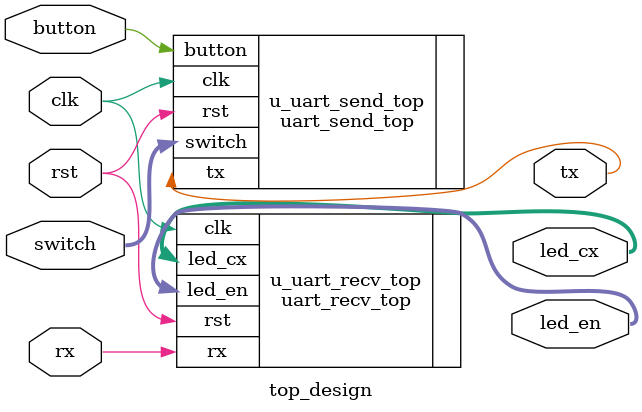
<source format=v>
`timescale 1ns / 1ps


module top_design(
    input        clk   ,    // Ê±ÖÓÐÅºÅ
    input        rst   ,    // ¸´Î»ÐÅºÅ
    input  [7:0] switch,    // ²¦Âë¿ª¹Ø
    input        button,    // S3 °´Å¥ÐÅºÅ
    input        rx    ,    // ´®¿Ú½ÓÊÕÐÅºÅ
    output       tx    ,    // ´®¿Ú·¢ËÍÐÅºÅ
    output [7:0] led_en,    // LED Ê¹ÄÜÐÅºÅ
    output [7:0] led_cx     // LED ¿ØÖÆÐÅºÅ
);

    // UART ½ÓÊÜ¹¦ÄÜ¶¥²ãÊµÀý»¯
    uart_recv_top u_uart_recv_top(
        .clk   (clk   ), 
        .rst   (rst   ), 
        .rx    (rx    ), 
        .led_en(led_en), 
        .led_cx(led_cx)
    );


    // UART ·¢ËÍ¹¦ÄÜ¶¥²ãÊµÀý»¯
    uart_send_top u_uart_send_top(
        .clk   (clk   ), 
        .rst   (rst   ), 
        .switch(switch), 
        .button(button), 
        .tx    (tx    )
    );

endmodule

</source>
